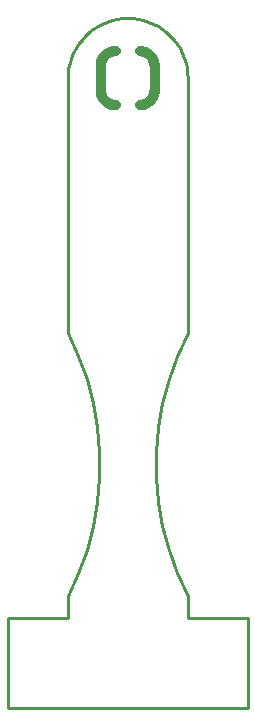
<source format=gbr>
G04 EAGLE Gerber RS-274X export*
G75*
%MOMM*%
%FSLAX34Y34*%
%LPD*%
%IN*%
%IPPOS*%
%AMOC8*
5,1,8,0,0,1.08239X$1,22.5*%
G01*
%ADD10C,0.812800*%
%ADD11C,0.254000*%


D10*
X-22860Y447040D02*
X-22856Y446733D01*
X-22845Y446426D01*
X-22827Y446120D01*
X-22801Y445814D01*
X-22767Y445509D01*
X-22727Y445205D01*
X-22679Y444902D01*
X-22623Y444600D01*
X-22561Y444300D01*
X-22491Y444001D01*
X-22414Y443704D01*
X-22330Y443408D01*
X-22238Y443115D01*
X-22140Y442825D01*
X-22035Y442537D01*
X-21922Y442251D01*
X-21803Y441968D01*
X-21677Y441688D01*
X-21545Y441411D01*
X-21405Y441138D01*
X-21259Y440868D01*
X-21107Y440602D01*
X-20948Y440339D01*
X-20783Y440080D01*
X-20612Y439826D01*
X-20435Y439575D01*
X-20251Y439329D01*
X-20062Y439087D01*
X-19867Y438851D01*
X-19666Y438618D01*
X-19460Y438391D01*
X-19248Y438169D01*
X-19031Y437952D01*
X-18809Y437740D01*
X-18582Y437534D01*
X-18349Y437333D01*
X-18113Y437138D01*
X-17871Y436949D01*
X-17625Y436765D01*
X-17374Y436588D01*
X-17120Y436417D01*
X-16861Y436252D01*
X-16598Y436093D01*
X-16332Y435941D01*
X-16062Y435795D01*
X-15789Y435655D01*
X-15512Y435523D01*
X-15232Y435397D01*
X-14949Y435278D01*
X-14663Y435165D01*
X-14375Y435060D01*
X-14085Y434962D01*
X-13792Y434870D01*
X-13496Y434786D01*
X-13199Y434709D01*
X-12900Y434639D01*
X-12600Y434577D01*
X-12298Y434521D01*
X-11995Y434473D01*
X-11691Y434433D01*
X-11386Y434399D01*
X-11080Y434373D01*
X-10774Y434355D01*
X-10467Y434344D01*
X-10160Y434340D01*
X-22860Y467360D02*
X-22856Y467667D01*
X-22845Y467974D01*
X-22827Y468280D01*
X-22801Y468586D01*
X-22767Y468891D01*
X-22727Y469195D01*
X-22679Y469498D01*
X-22623Y469800D01*
X-22561Y470100D01*
X-22491Y470399D01*
X-22414Y470696D01*
X-22330Y470992D01*
X-22238Y471285D01*
X-22140Y471575D01*
X-22035Y471863D01*
X-21922Y472149D01*
X-21803Y472432D01*
X-21677Y472712D01*
X-21545Y472989D01*
X-21405Y473262D01*
X-21259Y473532D01*
X-21107Y473798D01*
X-20948Y474061D01*
X-20783Y474320D01*
X-20612Y474574D01*
X-20435Y474825D01*
X-20251Y475071D01*
X-20062Y475313D01*
X-19867Y475549D01*
X-19666Y475782D01*
X-19460Y476009D01*
X-19248Y476231D01*
X-19031Y476448D01*
X-18809Y476660D01*
X-18582Y476866D01*
X-18349Y477067D01*
X-18113Y477262D01*
X-17871Y477451D01*
X-17625Y477635D01*
X-17374Y477812D01*
X-17120Y477983D01*
X-16861Y478148D01*
X-16598Y478307D01*
X-16332Y478459D01*
X-16062Y478605D01*
X-15789Y478745D01*
X-15512Y478877D01*
X-15232Y479003D01*
X-14949Y479122D01*
X-14663Y479235D01*
X-14375Y479340D01*
X-14085Y479438D01*
X-13792Y479530D01*
X-13496Y479614D01*
X-13199Y479691D01*
X-12900Y479761D01*
X-12600Y479823D01*
X-12298Y479879D01*
X-11995Y479927D01*
X-11691Y479967D01*
X-11386Y480001D01*
X-11080Y480027D01*
X-10774Y480045D01*
X-10467Y480056D01*
X-10160Y480060D01*
X10160Y480060D02*
X10467Y480056D01*
X10774Y480045D01*
X11080Y480027D01*
X11386Y480001D01*
X11691Y479967D01*
X11995Y479927D01*
X12298Y479879D01*
X12600Y479823D01*
X12900Y479761D01*
X13199Y479691D01*
X13496Y479614D01*
X13792Y479530D01*
X14085Y479438D01*
X14375Y479340D01*
X14663Y479235D01*
X14949Y479122D01*
X15232Y479003D01*
X15512Y478877D01*
X15789Y478745D01*
X16062Y478605D01*
X16332Y478459D01*
X16598Y478307D01*
X16861Y478148D01*
X17120Y477983D01*
X17374Y477812D01*
X17625Y477635D01*
X17871Y477451D01*
X18113Y477262D01*
X18349Y477067D01*
X18582Y476866D01*
X18809Y476660D01*
X19031Y476448D01*
X19248Y476231D01*
X19460Y476009D01*
X19666Y475782D01*
X19867Y475549D01*
X20062Y475313D01*
X20251Y475071D01*
X20435Y474825D01*
X20612Y474574D01*
X20783Y474320D01*
X20948Y474061D01*
X21107Y473798D01*
X21259Y473532D01*
X21405Y473262D01*
X21545Y472989D01*
X21677Y472712D01*
X21803Y472432D01*
X21922Y472149D01*
X22035Y471863D01*
X22140Y471575D01*
X22238Y471285D01*
X22330Y470992D01*
X22414Y470696D01*
X22491Y470399D01*
X22561Y470100D01*
X22623Y469800D01*
X22679Y469498D01*
X22727Y469195D01*
X22767Y468891D01*
X22801Y468586D01*
X22827Y468280D01*
X22845Y467974D01*
X22856Y467667D01*
X22860Y467360D01*
X22860Y447040D02*
X22856Y446733D01*
X22845Y446426D01*
X22827Y446120D01*
X22801Y445814D01*
X22767Y445509D01*
X22727Y445205D01*
X22679Y444902D01*
X22623Y444600D01*
X22561Y444300D01*
X22491Y444001D01*
X22414Y443704D01*
X22330Y443408D01*
X22238Y443115D01*
X22140Y442825D01*
X22035Y442537D01*
X21922Y442251D01*
X21803Y441968D01*
X21677Y441688D01*
X21545Y441411D01*
X21405Y441138D01*
X21259Y440868D01*
X21107Y440602D01*
X20948Y440339D01*
X20783Y440080D01*
X20612Y439826D01*
X20435Y439575D01*
X20251Y439329D01*
X20062Y439087D01*
X19867Y438851D01*
X19666Y438618D01*
X19460Y438391D01*
X19248Y438169D01*
X19031Y437952D01*
X18809Y437740D01*
X18582Y437534D01*
X18349Y437333D01*
X18113Y437138D01*
X17871Y436949D01*
X17625Y436765D01*
X17374Y436588D01*
X17120Y436417D01*
X16861Y436252D01*
X16598Y436093D01*
X16332Y435941D01*
X16062Y435795D01*
X15789Y435655D01*
X15512Y435523D01*
X15232Y435397D01*
X14949Y435278D01*
X14663Y435165D01*
X14375Y435060D01*
X14085Y434962D01*
X13792Y434870D01*
X13496Y434786D01*
X13199Y434709D01*
X12900Y434639D01*
X12600Y434577D01*
X12298Y434521D01*
X11995Y434473D01*
X11691Y434433D01*
X11386Y434399D01*
X11080Y434373D01*
X10774Y434355D01*
X10467Y434344D01*
X10160Y434340D01*
X-22860Y447040D02*
X-22860Y467360D01*
X22860Y467360D02*
X22860Y447040D01*
D11*
X-101600Y-76200D02*
X101600Y-76200D01*
X101600Y0D01*
X50800Y0D01*
X50800Y19050D01*
X41927Y38078D01*
X34746Y57807D01*
X29313Y78086D01*
X25667Y98762D01*
X23837Y119678D01*
X23837Y140673D01*
X25667Y161588D01*
X29313Y182264D01*
X34746Y202543D01*
X41927Y222272D01*
X50800Y241300D01*
X50800Y457200D01*
X50607Y461628D01*
X50028Y466021D01*
X49069Y470348D01*
X47736Y474575D01*
X46040Y478669D01*
X43994Y482600D01*
X41613Y486338D01*
X38915Y489854D01*
X35921Y493121D01*
X32654Y496115D01*
X29138Y498813D01*
X25400Y501194D01*
X21469Y503240D01*
X17375Y504936D01*
X13148Y506269D01*
X8821Y507228D01*
X4428Y507807D01*
X0Y508000D01*
X-4428Y507807D01*
X-8821Y507228D01*
X-13148Y506269D01*
X-17375Y504936D01*
X-21469Y503240D01*
X-25400Y501194D01*
X-29138Y498813D01*
X-32654Y496115D01*
X-35921Y493121D01*
X-38915Y489854D01*
X-41613Y486338D01*
X-43994Y482600D01*
X-46040Y478669D01*
X-47736Y474575D01*
X-49069Y470348D01*
X-50028Y466021D01*
X-50607Y461628D01*
X-50800Y457200D01*
X-50800Y241300D01*
X-41927Y222272D01*
X-34746Y202543D01*
X-29313Y182264D01*
X-25667Y161588D01*
X-23837Y140673D01*
X-23837Y119678D01*
X-25667Y98762D01*
X-29313Y78086D01*
X-34746Y57807D01*
X-41927Y38078D01*
X-50800Y19050D01*
X-50800Y0D01*
X-101600Y0D01*
X-101600Y-76200D01*
M02*

</source>
